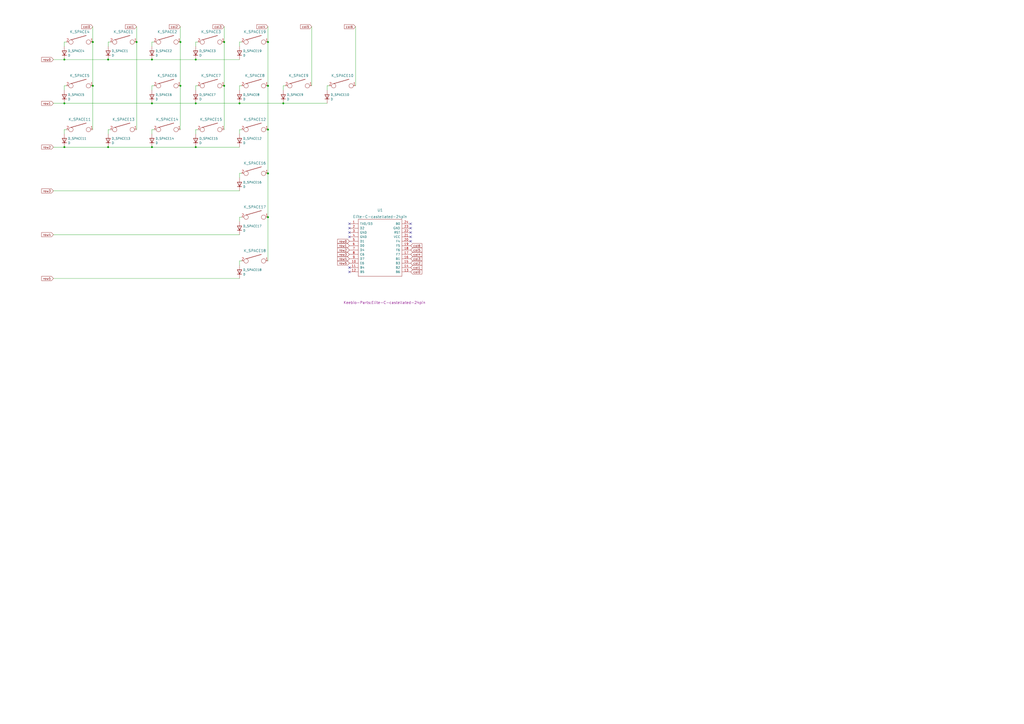
<source format=kicad_sch>
(kicad_sch (version 20211123) (generator eeschema)

  (uuid 55992e35-fe7b-468a-9b7a-1e4dc931b904)

  (paper "A2")

  (lib_symbols
    (symbol "Device:D" (pin_numbers hide) (pin_names (offset 1.016) hide) (in_bom yes) (on_board yes)
      (property "Reference" "D" (id 0) (at 0 2.54 0)
        (effects (font (size 1.27 1.27)))
      )
      (property "Value" "D" (id 1) (at 0 -2.54 0)
        (effects (font (size 1.27 1.27)))
      )
      (property "Footprint" "" (id 2) (at 0 0 0)
        (effects (font (size 1.27 1.27)) hide)
      )
      (property "Datasheet" "~" (id 3) (at 0 0 0)
        (effects (font (size 1.27 1.27)) hide)
      )
      (property "ki_keywords" "diode" (id 4) (at 0 0 0)
        (effects (font (size 1.27 1.27)) hide)
      )
      (property "ki_description" "Diode" (id 5) (at 0 0 0)
        (effects (font (size 1.27 1.27)) hide)
      )
      (property "ki_fp_filters" "TO-???* *_Diode_* *SingleDiode* D_*" (id 6) (at 0 0 0)
        (effects (font (size 1.27 1.27)) hide)
      )
      (symbol "D_0_1"
        (polyline
          (pts
            (xy -1.27 1.27)
            (xy -1.27 -1.27)
          )
          (stroke (width 0.254) (type default) (color 0 0 0 0))
          (fill (type none))
        )
        (polyline
          (pts
            (xy 1.27 0)
            (xy -1.27 0)
          )
          (stroke (width 0) (type default) (color 0 0 0 0))
          (fill (type none))
        )
        (polyline
          (pts
            (xy 1.27 1.27)
            (xy 1.27 -1.27)
            (xy -1.27 0)
            (xy 1.27 1.27)
          )
          (stroke (width 0.254) (type default) (color 0 0 0 0))
          (fill (type none))
        )
      )
      (symbol "D_1_1"
        (pin passive line (at -3.81 0 0) (length 2.54)
          (name "K" (effects (font (size 1.27 1.27))))
          (number "1" (effects (font (size 1.27 1.27))))
        )
        (pin passive line (at 3.81 0 180) (length 2.54)
          (name "A" (effects (font (size 1.27 1.27))))
          (number "2" (effects (font (size 1.27 1.27))))
        )
      )
    )
    (symbol "keyboard_parts:KEYSW" (pin_names (offset 1.016)) (in_bom yes) (on_board yes)
      (property "Reference" "K?" (id 0) (at -1.27 0 0)
        (effects (font (size 1.524 1.524)))
      )
      (property "Value" "KEYSW" (id 1) (at 0 -2.54 0)
        (effects (font (size 1.524 1.524)) hide)
      )
      (property "Footprint" "" (id 2) (at 0 0 0)
        (effects (font (size 1.524 1.524)))
      )
      (property "Datasheet" "" (id 3) (at 0 0 0)
        (effects (font (size 1.524 1.524)))
      )
      (symbol "KEYSW_0_1"
        (circle (center -5.08 0) (radius 1.27)
          (stroke (width 0) (type default) (color 0 0 0 0))
          (fill (type none))
        )
        (polyline
          (pts
            (xy -5.08 1.27)
            (xy 3.81 3.81)
          )
          (stroke (width 0.254) (type default) (color 0 0 0 0))
          (fill (type none))
        )
        (circle (center 5.08 0) (radius 1.27)
          (stroke (width 0) (type default) (color 0 0 0 0))
          (fill (type none))
        )
      )
      (symbol "KEYSW_1_1"
        (pin passive line (at 7.62 0 180) (length 1.27)
          (name "~" (effects (font (size 1.524 1.524))))
          (number "1" (effects (font (size 1.524 1.524))))
        )
        (pin passive line (at -7.62 0 0) (length 1.27)
          (name "~" (effects (font (size 1.524 1.524))))
          (number "2" (effects (font (size 1.524 1.524))))
        )
      )
    )
    (symbol "promicro:ProMicro" (pin_names (offset 1.016)) (in_bom yes) (on_board yes)
      (property "Reference" "U?" (id 0) (at 0 26.924 0)
        (effects (font (size 1.524 1.524)))
      )
      (property "Value" "Elite-C" (id 1) (at 0 23.114 0)
        (effects (font (size 1.524 1.524)))
      )
      (property "Footprint" "" (id 2) (at 2.54 -26.67 0)
        (effects (font (size 1.524 1.524)))
      )
      (property "Datasheet" "" (id 3) (at 2.54 -26.67 0)
        (effects (font (size 1.524 1.524)))
      )
      (symbol "ProMicro_0_1"
        (rectangle (start -12.7 21.59) (end 12.7 -11.43)
          (stroke (width 0) (type default) (color 0 0 0 0))
          (fill (type none))
        )
      )
      (symbol "ProMicro_1_1"
        (pin bidirectional line (at -17.78 19.05 0) (length 5.08)
          (name "TX0/D3" (effects (font (size 1.27 1.27))))
          (number "1" (effects (font (size 1.27 1.27))))
        )
        (pin bidirectional line (at -17.78 -3.81 0) (length 5.08)
          (name "E6" (effects (font (size 1.27 1.27))))
          (number "10" (effects (font (size 1.27 1.27))))
        )
        (pin bidirectional line (at -17.78 -6.35 0) (length 5.08)
          (name "B4" (effects (font (size 1.27 1.27))))
          (number "11" (effects (font (size 1.27 1.27))))
        )
        (pin bidirectional line (at -17.78 -8.89 0) (length 5.08)
          (name "B5" (effects (font (size 1.27 1.27))))
          (number "12" (effects (font (size 1.27 1.27))))
        )
        (pin bidirectional line (at 17.78 -8.89 180) (length 5.08)
          (name "B6" (effects (font (size 1.27 1.27))))
          (number "13" (effects (font (size 1.27 1.27))))
        )
        (pin bidirectional line (at 17.78 -6.35 180) (length 5.08)
          (name "B2" (effects (font (size 1.27 1.27))))
          (number "14" (effects (font (size 1.27 1.27))))
        )
        (pin bidirectional line (at 17.78 -3.81 180) (length 5.08)
          (name "B3" (effects (font (size 1.27 1.27))))
          (number "15" (effects (font (size 1.27 1.27))))
        )
        (pin bidirectional line (at 17.78 -1.27 180) (length 5.08)
          (name "B1" (effects (font (size 1.27 1.27))))
          (number "16" (effects (font (size 1.27 1.27))))
        )
        (pin bidirectional line (at 17.78 1.27 180) (length 5.08)
          (name "F7" (effects (font (size 1.27 1.27))))
          (number "17" (effects (font (size 1.27 1.27))))
        )
        (pin bidirectional line (at 17.78 3.81 180) (length 5.08)
          (name "F6" (effects (font (size 1.27 1.27))))
          (number "18" (effects (font (size 1.27 1.27))))
        )
        (pin bidirectional line (at 17.78 6.35 180) (length 5.08)
          (name "F5" (effects (font (size 1.27 1.27))))
          (number "19" (effects (font (size 1.27 1.27))))
        )
        (pin bidirectional line (at -17.78 16.51 0) (length 5.08)
          (name "D2" (effects (font (size 1.27 1.27))))
          (number "2" (effects (font (size 1.27 1.27))))
        )
        (pin bidirectional line (at 17.78 8.89 180) (length 5.08)
          (name "F4" (effects (font (size 1.27 1.27))))
          (number "20" (effects (font (size 1.27 1.27))))
        )
        (pin power_in line (at 17.78 11.43 180) (length 5.08)
          (name "VCC" (effects (font (size 1.27 1.27))))
          (number "21" (effects (font (size 1.27 1.27))))
        )
        (pin input line (at 17.78 13.97 180) (length 5.08)
          (name "RST" (effects (font (size 1.27 1.27))))
          (number "22" (effects (font (size 1.27 1.27))))
        )
        (pin power_in line (at 17.78 16.51 180) (length 5.08)
          (name "GND" (effects (font (size 1.27 1.27))))
          (number "23" (effects (font (size 1.27 1.27))))
        )
        (pin power_out line (at 17.78 19.05 180) (length 5.08)
          (name "B0" (effects (font (size 1.27 1.27))))
          (number "24" (effects (font (size 1.27 1.27))))
        )
        (pin power_in line (at -17.78 13.97 0) (length 5.08)
          (name "GND" (effects (font (size 1.27 1.27))))
          (number "3" (effects (font (size 1.27 1.27))))
        )
        (pin power_in line (at -17.78 11.43 0) (length 5.08)
          (name "GND" (effects (font (size 1.27 1.27))))
          (number "4" (effects (font (size 1.27 1.27))))
        )
        (pin bidirectional line (at -17.78 8.89 0) (length 5.08)
          (name "D1" (effects (font (size 1.27 1.27))))
          (number "5" (effects (font (size 1.27 1.27))))
        )
        (pin bidirectional line (at -17.78 6.35 0) (length 5.08)
          (name "D0" (effects (font (size 1.27 1.27))))
          (number "6" (effects (font (size 1.27 1.27))))
        )
        (pin bidirectional line (at -17.78 3.81 0) (length 5.08)
          (name "D4" (effects (font (size 1.27 1.27))))
          (number "7" (effects (font (size 1.27 1.27))))
        )
        (pin bidirectional line (at -17.78 1.27 0) (length 5.08)
          (name "C6" (effects (font (size 1.27 1.27))))
          (number "8" (effects (font (size 1.27 1.27))))
        )
        (pin bidirectional line (at -17.78 -1.27 0) (length 5.08)
          (name "D7" (effects (font (size 1.27 1.27))))
          (number "9" (effects (font (size 1.27 1.27))))
        )
      )
    )
  )

  (junction (at 62.738 34.544) (diameter 0) (color 0 0 0 0)
    (uuid 0bda7887-e53c-4d8c-ac6d-34cce2ee1ed8)
  )
  (junction (at 138.938 59.944) (diameter 0) (color 0 0 0 0)
    (uuid 1ea0bce5-a0cf-40e4-bc01-642d0ea39fa0)
  )
  (junction (at 88.138 34.544) (diameter 0) (color 0 0 0 0)
    (uuid 220ddded-d8bf-413d-9466-faa128aad384)
  )
  (junction (at 37.338 85.344) (diameter 0) (color 0 0 0 0)
    (uuid 2842dff3-8994-4787-bc6e-0671e1f41e3e)
  )
  (junction (at 164.338 59.944) (diameter 0) (color 0 0 0 0)
    (uuid 2a4e223b-c328-4b9b-87c6-7b87ab923f2f)
  )
  (junction (at 113.538 59.944) (diameter 0) (color 0 0 0 0)
    (uuid 37df3d07-b4ee-406a-a819-300b066ee875)
  )
  (junction (at 37.338 34.544) (diameter 0) (color 0 0 0 0)
    (uuid 3867d1b1-952e-4dc9-a393-fd99d3033bf0)
  )
  (junction (at 113.538 34.544) (diameter 0) (color 0 0 0 0)
    (uuid 48fd78c6-53d6-4a4e-b0a6-d2495382a0ea)
  )
  (junction (at 155.448 100.584) (diameter 0) (color 0 0 0 0)
    (uuid 53e9f975-c30e-4339-a216-397b84b36c07)
  )
  (junction (at 79.248 24.384) (diameter 0) (color 0 0 0 0)
    (uuid 53ee97af-d2c9-4d62-92ea-06f93c5f937e)
  )
  (junction (at 130.048 49.784) (diameter 0) (color 0 0 0 0)
    (uuid 62d822f0-acdd-457f-8d4d-1c694e0708bd)
  )
  (junction (at 104.648 24.384) (diameter 0) (color 0 0 0 0)
    (uuid 6726d9a9-6dd7-45c0-a13e-270edc27d879)
  )
  (junction (at 155.448 125.984) (diameter 0) (color 0 0 0 0)
    (uuid 6e32ba0b-d6b1-40d0-909b-95dd0c6f0f5f)
  )
  (junction (at 53.848 24.384) (diameter 0) (color 0 0 0 0)
    (uuid 79a80cdf-d513-470f-9ba1-93b6445a43c6)
  )
  (junction (at 130.048 24.384) (diameter 0) (color 0 0 0 0)
    (uuid 88355de1-f679-461c-8d90-e0fea80606d2)
  )
  (junction (at 37.338 59.944) (diameter 0) (color 0 0 0 0)
    (uuid a07ce0ff-495d-49a2-8139-9d3293c22db6)
  )
  (junction (at 155.448 49.784) (diameter 0) (color 0 0 0 0)
    (uuid a505c0ba-021b-4d52-82b6-b78f46921cae)
  )
  (junction (at 88.138 85.344) (diameter 0) (color 0 0 0 0)
    (uuid cf795a8d-a7ca-4d2f-a4eb-7dc16eb37fc0)
  )
  (junction (at 53.848 49.784) (diameter 0) (color 0 0 0 0)
    (uuid d1136dbd-4c3e-4d1d-9ed7-9003c44f1d00)
  )
  (junction (at 155.448 24.384) (diameter 0) (color 0 0 0 0)
    (uuid d6a5314e-9405-4a51-bf87-b76f0acdff9a)
  )
  (junction (at 104.648 49.784) (diameter 0) (color 0 0 0 0)
    (uuid e4bc903e-5c3e-4d55-ba5e-3e44038a60b5)
  )
  (junction (at 155.448 75.184) (diameter 0) (color 0 0 0 0)
    (uuid e932fdb2-14a1-455f-9eca-05ceddca72b3)
  )
  (junction (at 113.538 85.344) (diameter 0) (color 0 0 0 0)
    (uuid f1e1a024-f4b3-432d-98bc-64cb2e46dc26)
  )
  (junction (at 88.138 59.944) (diameter 0) (color 0 0 0 0)
    (uuid fdfc7872-57f8-4f6b-9948-c89f4606c701)
  )
  (junction (at 62.738 85.344) (diameter 0) (color 0 0 0 0)
    (uuid ff02796d-ac16-4199-90ba-2c0147a65ca0)
  )

  (no_connect (at 202.692 137.414) (uuid 57b3d554-7119-416d-b41f-8ce93b8339dc))
  (no_connect (at 202.692 134.874) (uuid 57b3d554-7119-416d-b41f-8ce93b8339dd))
  (no_connect (at 202.692 132.334) (uuid 57b3d554-7119-416d-b41f-8ce93b8339de))
  (no_connect (at 202.692 129.794) (uuid 57b3d554-7119-416d-b41f-8ce93b8339df))
  (no_connect (at 238.252 139.954) (uuid 57b3d554-7119-416d-b41f-8ce93b8339e0))
  (no_connect (at 238.252 137.414) (uuid 57b3d554-7119-416d-b41f-8ce93b8339e1))
  (no_connect (at 238.252 134.874) (uuid 57b3d554-7119-416d-b41f-8ce93b8339e2))
  (no_connect (at 238.252 132.334) (uuid 57b3d554-7119-416d-b41f-8ce93b8339e3))
  (no_connect (at 238.252 129.794) (uuid 57b3d554-7119-416d-b41f-8ce93b8339e4))
  (no_connect (at 202.692 155.194) (uuid d94785c6-4166-4f6e-b390-58e704221951))
  (no_connect (at 202.692 157.734) (uuid d94785c6-4166-4f6e-b390-58e704221951))

  (wire (pts (xy 191.008 49.784) (xy 189.738 49.784))
    (stroke (width 0) (type default) (color 0 0 0 0))
    (uuid 019eb8a7-354a-47a0-9f43-8ebcaae9d8d2)
  )
  (wire (pts (xy 113.538 85.344) (xy 138.938 85.344))
    (stroke (width 0) (type default) (color 0 0 0 0))
    (uuid 02365991-714a-487b-9fd7-3a2c4b6ff7c3)
  )
  (wire (pts (xy 138.938 100.584) (xy 138.938 103.124))
    (stroke (width 0) (type default) (color 0 0 0 0))
    (uuid 09f7083f-8c67-435a-beff-2ed90a114b88)
  )
  (wire (pts (xy 104.648 49.784) (xy 104.648 24.384))
    (stroke (width 0) (type default) (color 0 0 0 0))
    (uuid 0a24880f-155d-4086-8995-8bac9c3b0cc8)
  )
  (wire (pts (xy 114.808 75.184) (xy 113.538 75.184))
    (stroke (width 0) (type default) (color 0 0 0 0))
    (uuid 13c0522c-0d21-4402-9a55-ae943131fdf3)
  )
  (wire (pts (xy 138.938 59.944) (xy 164.338 59.944))
    (stroke (width 0) (type default) (color 0 0 0 0))
    (uuid 15891271-b0ef-452c-b257-1642660bd342)
  )
  (wire (pts (xy 155.448 151.384) (xy 155.448 125.984))
    (stroke (width 0) (type default) (color 0 0 0 0))
    (uuid 1a625672-72a0-4536-a0e4-0bf5a3569d38)
  )
  (wire (pts (xy 138.938 151.384) (xy 138.938 153.924))
    (stroke (width 0) (type default) (color 0 0 0 0))
    (uuid 1bba6a2e-c64d-4c7f-9579-aeb0e4a4aec1)
  )
  (wire (pts (xy 62.738 85.344) (xy 88.138 85.344))
    (stroke (width 0) (type default) (color 0 0 0 0))
    (uuid 1db41373-b4d0-4dd2-bc5e-e18a7a210e99)
  )
  (wire (pts (xy 130.048 15.494) (xy 130.048 24.384))
    (stroke (width 0) (type default) (color 0 0 0 0))
    (uuid 1e7267d2-9ce9-4d7f-a6d4-15cf37178c2c)
  )
  (wire (pts (xy 180.848 15.494) (xy 180.848 49.784))
    (stroke (width 0) (type default) (color 0 0 0 0))
    (uuid 1e96ef52-9689-4d7a-9ccb-3163855ce75d)
  )
  (wire (pts (xy 30.988 34.544) (xy 37.338 34.544))
    (stroke (width 0) (type default) (color 0 0 0 0))
    (uuid 20cd1075-923b-4d9c-9669-8abdad518d27)
  )
  (wire (pts (xy 79.248 15.494) (xy 79.248 24.384))
    (stroke (width 0) (type default) (color 0 0 0 0))
    (uuid 228fba75-eba3-4b52-9a7b-2fb75db1b6ad)
  )
  (wire (pts (xy 88.138 34.544) (xy 113.538 34.544))
    (stroke (width 0) (type default) (color 0 0 0 0))
    (uuid 2836dd7b-d3c6-493a-85e8-d6174536bdce)
  )
  (wire (pts (xy 113.538 34.544) (xy 138.938 34.544))
    (stroke (width 0) (type default) (color 0 0 0 0))
    (uuid 29a3e251-eb3b-45db-980f-a14cd153a265)
  )
  (wire (pts (xy 114.808 49.784) (xy 113.538 49.784))
    (stroke (width 0) (type default) (color 0 0 0 0))
    (uuid 2aec2188-9154-4193-91ed-a29c35132ad3)
  )
  (wire (pts (xy 38.608 75.184) (xy 37.338 75.184))
    (stroke (width 0) (type default) (color 0 0 0 0))
    (uuid 2b453965-a2a1-4d93-8ad0-92be58451636)
  )
  (wire (pts (xy 164.338 59.944) (xy 189.738 59.944))
    (stroke (width 0) (type default) (color 0 0 0 0))
    (uuid 3203cead-7fa1-4591-986e-f504f4d1b83a)
  )
  (wire (pts (xy 138.938 49.784) (xy 138.938 52.324))
    (stroke (width 0) (type default) (color 0 0 0 0))
    (uuid 334292f1-f5b7-4380-a615-0100e922a631)
  )
  (wire (pts (xy 37.338 34.544) (xy 62.738 34.544))
    (stroke (width 0) (type default) (color 0 0 0 0))
    (uuid 359f99c2-c0e6-44bb-8322-d35d3c3c7675)
  )
  (wire (pts (xy 30.988 110.744) (xy 138.938 110.744))
    (stroke (width 0) (type default) (color 0 0 0 0))
    (uuid 3871116f-e7eb-44e7-8d15-00791f344310)
  )
  (wire (pts (xy 64.008 24.384) (xy 62.738 24.384))
    (stroke (width 0) (type default) (color 0 0 0 0))
    (uuid 44389e94-e396-43e1-bc26-4c332617c43b)
  )
  (wire (pts (xy 140.208 49.784) (xy 138.938 49.784))
    (stroke (width 0) (type default) (color 0 0 0 0))
    (uuid 4684409c-a186-48aa-a9a1-4ff36a8a81e4)
  )
  (wire (pts (xy 138.938 75.184) (xy 138.938 77.724))
    (stroke (width 0) (type default) (color 0 0 0 0))
    (uuid 4aa1490d-7e46-43ab-aed7-45d2963bb910)
  )
  (wire (pts (xy 130.048 49.784) (xy 130.048 24.384))
    (stroke (width 0) (type default) (color 0 0 0 0))
    (uuid 4dec87af-e547-4024-ad78-8bed99dd7ce6)
  )
  (wire (pts (xy 62.738 24.384) (xy 62.738 26.924))
    (stroke (width 0) (type default) (color 0 0 0 0))
    (uuid 5134da47-5e45-405b-94a0-e64a7abdea24)
  )
  (wire (pts (xy 113.538 75.184) (xy 113.538 77.724))
    (stroke (width 0) (type default) (color 0 0 0 0))
    (uuid 52246ec6-e732-49f3-a85e-d41f8fc3ac79)
  )
  (wire (pts (xy 189.738 49.784) (xy 189.738 52.324))
    (stroke (width 0) (type default) (color 0 0 0 0))
    (uuid 526bfe6e-a625-44e2-b491-2d3f4a3d9e4b)
  )
  (wire (pts (xy 37.338 85.344) (xy 62.738 85.344))
    (stroke (width 0) (type default) (color 0 0 0 0))
    (uuid 54ba6797-0e71-45f5-8d36-179665af7743)
  )
  (wire (pts (xy 30.988 59.944) (xy 37.338 59.944))
    (stroke (width 0) (type default) (color 0 0 0 0))
    (uuid 59b1171a-d146-4731-861c-02f7f3afbfd5)
  )
  (wire (pts (xy 155.448 125.984) (xy 155.448 100.584))
    (stroke (width 0) (type default) (color 0 0 0 0))
    (uuid 6217b2f3-f8a7-4f04-afb4-32fa2806480a)
  )
  (wire (pts (xy 89.408 24.384) (xy 88.138 24.384))
    (stroke (width 0) (type default) (color 0 0 0 0))
    (uuid 62d35964-2c62-434d-a685-9aa1d623a102)
  )
  (wire (pts (xy 138.938 125.984) (xy 138.938 128.524))
    (stroke (width 0) (type default) (color 0 0 0 0))
    (uuid 6c1be6dc-71e9-4556-a788-c12a6f327e25)
  )
  (wire (pts (xy 38.608 49.784) (xy 37.338 49.784))
    (stroke (width 0) (type default) (color 0 0 0 0))
    (uuid 6cb795f4-5236-4254-9ee0-df8d7770b6c1)
  )
  (wire (pts (xy 140.208 125.984) (xy 138.938 125.984))
    (stroke (width 0) (type default) (color 0 0 0 0))
    (uuid 6e88623e-c188-453c-a82f-2fdbc4429333)
  )
  (wire (pts (xy 140.208 75.184) (xy 138.938 75.184))
    (stroke (width 0) (type default) (color 0 0 0 0))
    (uuid 70a06c82-a251-46ac-92ab-7c291ceb10b1)
  )
  (wire (pts (xy 64.008 75.184) (xy 62.738 75.184))
    (stroke (width 0) (type default) (color 0 0 0 0))
    (uuid 7636888d-43b7-4ee3-b084-20f02e7bb525)
  )
  (wire (pts (xy 104.648 15.494) (xy 104.648 24.384))
    (stroke (width 0) (type default) (color 0 0 0 0))
    (uuid 79a63d10-3329-4b85-9815-dfc0632ab1fe)
  )
  (wire (pts (xy 113.538 24.384) (xy 113.538 26.924))
    (stroke (width 0) (type default) (color 0 0 0 0))
    (uuid 7b1e0b93-846e-408b-ab15-5639d7855d5f)
  )
  (wire (pts (xy 53.848 75.184) (xy 53.848 49.784))
    (stroke (width 0) (type default) (color 0 0 0 0))
    (uuid 8021ab41-5b51-43d9-affa-7029977aaded)
  )
  (wire (pts (xy 30.988 85.344) (xy 37.338 85.344))
    (stroke (width 0) (type default) (color 0 0 0 0))
    (uuid 83b73ff1-2ea3-4754-b173-8d20fc8f60bf)
  )
  (wire (pts (xy 88.138 85.344) (xy 113.538 85.344))
    (stroke (width 0) (type default) (color 0 0 0 0))
    (uuid 86d45f7e-da3e-421f-980c-93df3cee00d2)
  )
  (wire (pts (xy 79.248 75.184) (xy 79.248 24.384))
    (stroke (width 0) (type default) (color 0 0 0 0))
    (uuid 8b8e2e67-388e-48d4-a26a-7afc3388644b)
  )
  (wire (pts (xy 104.648 75.184) (xy 104.648 49.784))
    (stroke (width 0) (type default) (color 0 0 0 0))
    (uuid 8e80fd40-281f-43d7-b019-5b743d4b9d0c)
  )
  (wire (pts (xy 138.938 24.384) (xy 138.938 26.924))
    (stroke (width 0) (type default) (color 0 0 0 0))
    (uuid 9205b802-abc9-425b-83d6-6cf27e406745)
  )
  (wire (pts (xy 164.338 49.784) (xy 164.338 52.324))
    (stroke (width 0) (type default) (color 0 0 0 0))
    (uuid 946384fc-4acb-417b-bb02-18ecf6ea138f)
  )
  (wire (pts (xy 206.248 15.494) (xy 206.248 49.784))
    (stroke (width 0) (type default) (color 0 0 0 0))
    (uuid 9656718d-88d6-4891-8549-eea05bf956c0)
  )
  (wire (pts (xy 140.208 151.384) (xy 138.938 151.384))
    (stroke (width 0) (type default) (color 0 0 0 0))
    (uuid 96e9403d-31c5-48e8-a42c-7dfda2025d46)
  )
  (wire (pts (xy 88.138 49.784) (xy 88.138 52.324))
    (stroke (width 0) (type default) (color 0 0 0 0))
    (uuid a2d4e7b0-e343-4323-81f1-90a8e1a76ea2)
  )
  (wire (pts (xy 88.138 24.384) (xy 88.138 26.924))
    (stroke (width 0) (type default) (color 0 0 0 0))
    (uuid a4cfd428-158b-4019-85e3-7de47b616038)
  )
  (wire (pts (xy 165.608 49.784) (xy 164.338 49.784))
    (stroke (width 0) (type default) (color 0 0 0 0))
    (uuid a7c92bb5-eaf2-414f-8e57-5df1420c13d0)
  )
  (wire (pts (xy 88.138 59.944) (xy 113.538 59.944))
    (stroke (width 0) (type default) (color 0 0 0 0))
    (uuid aeb1a702-a024-46ce-b866-f3c8d7fd4f47)
  )
  (wire (pts (xy 113.538 59.944) (xy 138.938 59.944))
    (stroke (width 0) (type default) (color 0 0 0 0))
    (uuid b3386473-3a68-4679-8fd1-70c757cd276f)
  )
  (wire (pts (xy 89.408 49.784) (xy 88.138 49.784))
    (stroke (width 0) (type default) (color 0 0 0 0))
    (uuid b592b496-a6ed-474c-9197-a2be3580248d)
  )
  (wire (pts (xy 155.448 15.494) (xy 155.448 24.384))
    (stroke (width 0) (type default) (color 0 0 0 0))
    (uuid b68dc73f-0a39-46c0-a51e-732755e7a3a3)
  )
  (wire (pts (xy 37.338 49.784) (xy 37.338 52.324))
    (stroke (width 0) (type default) (color 0 0 0 0))
    (uuid b8679235-77d5-4851-b944-aaadbde6acfe)
  )
  (wire (pts (xy 88.138 75.184) (xy 88.138 77.724))
    (stroke (width 0) (type default) (color 0 0 0 0))
    (uuid b9f02f18-06b8-4585-8efc-d7201333c545)
  )
  (wire (pts (xy 30.988 161.544) (xy 138.938 161.544))
    (stroke (width 0) (type default) (color 0 0 0 0))
    (uuid bab1d9e9-d98f-4c71-b761-bb239d3a2514)
  )
  (wire (pts (xy 37.338 24.384) (xy 37.338 26.924))
    (stroke (width 0) (type default) (color 0 0 0 0))
    (uuid bebca5dd-cde4-4b2d-95b6-b002b44e8fd1)
  )
  (wire (pts (xy 89.408 75.184) (xy 88.138 75.184))
    (stroke (width 0) (type default) (color 0 0 0 0))
    (uuid c2d31692-b31f-4321-b688-54510bd12484)
  )
  (wire (pts (xy 53.848 49.784) (xy 53.848 24.384))
    (stroke (width 0) (type default) (color 0 0 0 0))
    (uuid c7da604c-5b67-4048-8b4f-1164e63f8e7a)
  )
  (wire (pts (xy 38.608 24.384) (xy 37.338 24.384))
    (stroke (width 0) (type default) (color 0 0 0 0))
    (uuid cef885a1-41a9-4686-a500-12a2987535cb)
  )
  (wire (pts (xy 155.448 49.784) (xy 155.448 24.384))
    (stroke (width 0) (type default) (color 0 0 0 0))
    (uuid cfa67a99-579c-4c64-9f59-a80930590e4d)
  )
  (wire (pts (xy 37.338 75.184) (xy 37.338 77.724))
    (stroke (width 0) (type default) (color 0 0 0 0))
    (uuid d1fff026-c4b1-468d-8b11-fde4401e5a04)
  )
  (wire (pts (xy 155.448 100.584) (xy 155.448 75.184))
    (stroke (width 0) (type default) (color 0 0 0 0))
    (uuid d27857f9-af23-4c4c-a1fc-d6f2f42fb5ca)
  )
  (wire (pts (xy 140.208 100.584) (xy 138.938 100.584))
    (stroke (width 0) (type default) (color 0 0 0 0))
    (uuid d724a15e-d643-4888-8d24-19026628d15a)
  )
  (wire (pts (xy 53.848 15.494) (xy 53.848 24.384))
    (stroke (width 0) (type default) (color 0 0 0 0))
    (uuid d9906848-9fdb-4f5a-b604-f4c280f0193f)
  )
  (wire (pts (xy 62.738 34.544) (xy 88.138 34.544))
    (stroke (width 0) (type default) (color 0 0 0 0))
    (uuid d9a673c3-4cb1-437e-9862-475859f3d005)
  )
  (wire (pts (xy 130.048 75.184) (xy 130.048 49.784))
    (stroke (width 0) (type default) (color 0 0 0 0))
    (uuid de815ea9-fc5e-4650-98ff-37bb0114c68a)
  )
  (wire (pts (xy 30.988 136.144) (xy 138.938 136.144))
    (stroke (width 0) (type default) (color 0 0 0 0))
    (uuid e5ae3808-aad9-4a50-8afc-45199a7382a1)
  )
  (wire (pts (xy 113.538 49.784) (xy 113.538 52.324))
    (stroke (width 0) (type default) (color 0 0 0 0))
    (uuid e82fbb03-95f8-4823-9d51-d49ca1b6c10a)
  )
  (wire (pts (xy 114.808 24.384) (xy 113.538 24.384))
    (stroke (width 0) (type default) (color 0 0 0 0))
    (uuid eb528622-4b11-4e9b-aed1-0f996014b71a)
  )
  (wire (pts (xy 155.448 75.184) (xy 155.448 49.784))
    (stroke (width 0) (type default) (color 0 0 0 0))
    (uuid ec654a96-3240-4531-a5d5-09dbb98a0419)
  )
  (wire (pts (xy 140.208 24.384) (xy 138.938 24.384))
    (stroke (width 0) (type default) (color 0 0 0 0))
    (uuid ec77e0d8-e1cd-4b36-a8b0-ab28f6e10e62)
  )
  (wire (pts (xy 37.338 59.944) (xy 88.138 59.944))
    (stroke (width 0) (type default) (color 0 0 0 0))
    (uuid f786276b-7410-4fc1-863a-fe8950c6665b)
  )
  (wire (pts (xy 62.738 75.184) (xy 62.738 77.724))
    (stroke (width 0) (type default) (color 0 0 0 0))
    (uuid ff92e70c-786e-4f28-bfb7-8ec92e5b0e80)
  )

  (global_label "col1" (shape input) (at 238.252 155.194 0) (fields_autoplaced)
    (effects (font (size 1.27 1.27)) (justify left))
    (uuid 01d38ea0-7a6b-4468-b0af-2071c0f59876)
    (property "Intersheet References" "${INTERSHEET_REFS}" (id 0) (at 309.372 138.684 0)
      (effects (font (size 1.27 1.27)) hide)
    )
  )
  (global_label "row5" (shape input) (at 30.988 161.544 180) (fields_autoplaced)
    (effects (font (size 1.27 1.27)) (justify right))
    (uuid 10524a95-c8a8-4720-86ce-699fe83ed2d8)
    (property "Intersheet References" "${INTERSHEET_REFS}" (id 0) (at 8.128 -1.016 0)
      (effects (font (size 1.27 1.27)) hide)
    )
  )
  (global_label "row2" (shape input) (at 30.988 85.344 180) (fields_autoplaced)
    (effects (font (size 1.27 1.27)) (justify right))
    (uuid 19e881c6-9de0-487d-b569-83912bea5d05)
    (property "Intersheet References" "${INTERSHEET_REFS}" (id 0) (at 8.128 -1.016 0)
      (effects (font (size 1.27 1.27)) hide)
    )
  )
  (global_label "row1" (shape input) (at 30.988 59.944 180) (fields_autoplaced)
    (effects (font (size 1.27 1.27)) (justify right))
    (uuid 1c8dee29-6e67-4ef0-90eb-0ef69fa7c7e5)
    (property "Intersheet References" "${INTERSHEET_REFS}" (id 0) (at 8.128 -1.016 0)
      (effects (font (size 1.27 1.27)) hide)
    )
  )
  (global_label "col2" (shape input) (at 104.648 15.494 180) (fields_autoplaced)
    (effects (font (size 1.27 1.27)) (justify right))
    (uuid 21569f2b-dba3-4cec-9216-aa9f9e2e4ccf)
    (property "Intersheet References" "${INTERSHEET_REFS}" (id 0) (at 8.128 -1.016 0)
      (effects (font (size 1.27 1.27)) hide)
    )
  )
  (global_label "col0" (shape input) (at 53.848 15.494 180) (fields_autoplaced)
    (effects (font (size 1.27 1.27)) (justify right))
    (uuid 2181d89a-4414-4c2b-b589-358bb69330f1)
    (property "Intersheet References" "${INTERSHEET_REFS}" (id 0) (at 8.128 -1.016 0)
      (effects (font (size 1.27 1.27)) hide)
    )
  )
  (global_label "col4" (shape input) (at 155.448 15.494 180) (fields_autoplaced)
    (effects (font (size 1.27 1.27)) (justify right))
    (uuid 2dec1ee0-4fd4-4795-a1db-266cddb29ba4)
    (property "Intersheet References" "${INTERSHEET_REFS}" (id 0) (at 8.128 -1.016 0)
      (effects (font (size 1.27 1.27)) hide)
    )
  )
  (global_label "col3" (shape input) (at 130.048 15.494 180) (fields_autoplaced)
    (effects (font (size 1.27 1.27)) (justify right))
    (uuid 3643d4e6-06d0-4339-984c-2e787368fbcc)
    (property "Intersheet References" "${INTERSHEET_REFS}" (id 0) (at 8.128 -1.016 0)
      (effects (font (size 1.27 1.27)) hide)
    )
  )
  (global_label "row5" (shape input) (at 202.692 152.654 180) (fields_autoplaced)
    (effects (font (size 1.27 1.27)) (justify right))
    (uuid 45c48079-2720-4e7e-8757-2ab38d2332b2)
    (property "Intersheet References" "${INTERSHEET_REFS}" (id 0) (at 179.832 -9.906 0)
      (effects (font (size 1.27 1.27)) hide)
    )
  )
  (global_label "row3" (shape input) (at 30.988 110.744 180) (fields_autoplaced)
    (effects (font (size 1.27 1.27)) (justify right))
    (uuid 48954048-5548-446a-bfcb-7aa949922eb8)
    (property "Intersheet References" "${INTERSHEET_REFS}" (id 0) (at 8.128 -1.016 0)
      (effects (font (size 1.27 1.27)) hide)
    )
  )
  (global_label "col1" (shape input) (at 79.248 15.494 180) (fields_autoplaced)
    (effects (font (size 1.27 1.27)) (justify right))
    (uuid 54be5d16-ad9a-408c-9149-58d10d174905)
    (property "Intersheet References" "${INTERSHEET_REFS}" (id 0) (at 8.128 -1.016 0)
      (effects (font (size 1.27 1.27)) hide)
    )
  )
  (global_label "row1" (shape input) (at 202.692 142.494 180) (fields_autoplaced)
    (effects (font (size 1.27 1.27)) (justify right))
    (uuid 64cbb22d-811f-43c6-8392-d57a9fab72c3)
    (property "Intersheet References" "${INTERSHEET_REFS}" (id 0) (at 179.832 81.534 0)
      (effects (font (size 1.27 1.27)) hide)
    )
  )
  (global_label "col5" (shape input) (at 238.252 145.034 0) (fields_autoplaced)
    (effects (font (size 1.27 1.27)) (justify left))
    (uuid 6c5b8985-124b-462b-81f3-bfa91af3d274)
    (property "Intersheet References" "${INTERSHEET_REFS}" (id 0) (at 410.972 128.524 0)
      (effects (font (size 1.27 1.27)) hide)
    )
  )
  (global_label "row0" (shape input) (at 202.692 139.954 180) (fields_autoplaced)
    (effects (font (size 1.27 1.27)) (justify right))
    (uuid 7041608b-cd4a-4f57-8cd5-5ab7e5b0a3b5)
    (property "Intersheet References" "${INTERSHEET_REFS}" (id 0) (at 179.832 104.394 0)
      (effects (font (size 1.27 1.27)) hide)
    )
  )
  (global_label "row3" (shape input) (at 202.692 147.574 180) (fields_autoplaced)
    (effects (font (size 1.27 1.27)) (justify right))
    (uuid 7972e575-6bf6-46aa-b15f-db5d5665d3e3)
    (property "Intersheet References" "${INTERSHEET_REFS}" (id 0) (at 179.832 35.814 0)
      (effects (font (size 1.27 1.27)) hide)
    )
  )
  (global_label "col2" (shape input) (at 238.252 152.654 0) (fields_autoplaced)
    (effects (font (size 1.27 1.27)) (justify left))
    (uuid 9e78fb8e-711c-4de2-bee8-efd80e4b34ac)
    (property "Intersheet References" "${INTERSHEET_REFS}" (id 0) (at 334.772 136.144 0)
      (effects (font (size 1.27 1.27)) hide)
    )
  )
  (global_label "col6" (shape input) (at 206.248 15.494 180) (fields_autoplaced)
    (effects (font (size 1.27 1.27)) (justify right))
    (uuid a30df76c-5da8-4a88-ae13-9f5d9f41db4f)
    (property "Intersheet References" "${INTERSHEET_REFS}" (id 0) (at 8.128 -1.016 0)
      (effects (font (size 1.27 1.27)) hide)
    )
  )
  (global_label "row4" (shape input) (at 202.692 150.114 180) (fields_autoplaced)
    (effects (font (size 1.27 1.27)) (justify right))
    (uuid c252e352-91e7-4f60-9f61-4be14620c124)
    (property "Intersheet References" "${INTERSHEET_REFS}" (id 0) (at 179.832 12.954 0)
      (effects (font (size 1.27 1.27)) hide)
    )
  )
  (global_label "row2" (shape input) (at 202.692 145.034 180) (fields_autoplaced)
    (effects (font (size 1.27 1.27)) (justify right))
    (uuid c411edc4-4709-4a2d-9880-cce770dda3d6)
    (property "Intersheet References" "${INTERSHEET_REFS}" (id 0) (at 179.832 58.674 0)
      (effects (font (size 1.27 1.27)) hide)
    )
  )
  (global_label "col4" (shape input) (at 238.252 147.574 0) (fields_autoplaced)
    (effects (font (size 1.27 1.27)) (justify left))
    (uuid cdb6433e-9808-4bfc-8ef8-360c315b3e3d)
    (property "Intersheet References" "${INTERSHEET_REFS}" (id 0) (at 385.572 131.064 0)
      (effects (font (size 1.27 1.27)) hide)
    )
  )
  (global_label "col5" (shape input) (at 180.848 15.494 180) (fields_autoplaced)
    (effects (font (size 1.27 1.27)) (justify right))
    (uuid d59c943a-5ef7-4bbd-9571-a0b0991045ad)
    (property "Intersheet References" "${INTERSHEET_REFS}" (id 0) (at 8.128 -1.016 0)
      (effects (font (size 1.27 1.27)) hide)
    )
  )
  (global_label "row0" (shape input) (at 30.988 34.544 180) (fields_autoplaced)
    (effects (font (size 1.27 1.27)) (justify right))
    (uuid d5fa9929-7670-4c65-b170-d3057d7cfed3)
    (property "Intersheet References" "${INTERSHEET_REFS}" (id 0) (at 8.128 -1.016 0)
      (effects (font (size 1.27 1.27)) hide)
    )
  )
  (global_label "col6" (shape input) (at 238.252 142.494 0) (fields_autoplaced)
    (effects (font (size 1.27 1.27)) (justify left))
    (uuid e5a8bf18-5753-4c4c-8c5d-a0180f460077)
    (property "Intersheet References" "${INTERSHEET_REFS}" (id 0) (at 436.372 125.984 0)
      (effects (font (size 1.27 1.27)) hide)
    )
  )
  (global_label "row4" (shape input) (at 30.988 136.144 180) (fields_autoplaced)
    (effects (font (size 1.27 1.27)) (justify right))
    (uuid ec8b96ae-ca38-4b71-a160-633246ea7abd)
    (property "Intersheet References" "${INTERSHEET_REFS}" (id 0) (at 8.128 -1.016 0)
      (effects (font (size 1.27 1.27)) hide)
    )
  )
  (global_label "col3" (shape input) (at 238.252 150.114 0) (fields_autoplaced)
    (effects (font (size 1.27 1.27)) (justify left))
    (uuid f2d556fc-a0c3-4009-abbf-5f053de56019)
    (property "Intersheet References" "${INTERSHEET_REFS}" (id 0) (at 360.172 133.604 0)
      (effects (font (size 1.27 1.27)) hide)
    )
  )
  (global_label "col0" (shape input) (at 238.252 157.734 0) (fields_autoplaced)
    (effects (font (size 1.27 1.27)) (justify left))
    (uuid fec409b2-66b4-4f5a-a007-44ae238ed09b)
    (property "Intersheet References" "${INTERSHEET_REFS}" (id 0) (at 283.972 141.224 0)
      (effects (font (size 1.27 1.27)) hide)
    )
  )

  (symbol (lib_id "keyboard_parts:KEYSW") (at 147.828 75.184 0) (unit 1)
    (in_bom yes) (on_board yes)
    (uuid 0210d4ec-e98e-47ba-b347-2a558e7c0eee)
    (property "Reference" "K_SPACE12" (id 0) (at 147.828 69.2658 0)
      (effects (font (size 1.524 1.524)))
    )
    (property "Value" "KEYSW" (id 1) (at 147.828 77.724 0)
      (effects (font (size 1.524 1.524)) hide)
    )
    (property "Footprint" "MX_Alps_Hybrid:MX-1U-NoLED" (id 2) (at 147.828 75.184 0)
      (effects (font (size 1.524 1.524)) hide)
    )
    (property "Datasheet" "" (id 3) (at 147.828 75.184 0)
      (effects (font (size 1.524 1.524)))
    )
    (pin "1" (uuid b548ae6c-9789-4ca0-8694-479d33071c3d))
    (pin "2" (uuid 1dbc2bfe-057f-4f13-8e94-40ee6d09d656))
  )

  (symbol (lib_id "keyboard_parts:KEYSW") (at 147.828 100.584 0) (unit 1)
    (in_bom yes) (on_board yes)
    (uuid 0477da4d-9bca-49b3-97b5-9227c88d74fc)
    (property "Reference" "K_SPACE16" (id 0) (at 147.828 94.6658 0)
      (effects (font (size 1.524 1.524)))
    )
    (property "Value" "KEYSW" (id 1) (at 147.828 103.124 0)
      (effects (font (size 1.524 1.524)) hide)
    )
    (property "Footprint" "MX_Alps_Hybrid:MX-1U-NoLED" (id 2) (at 147.828 100.584 0)
      (effects (font (size 1.524 1.524)) hide)
    )
    (property "Datasheet" "" (id 3) (at 147.828 100.584 0)
      (effects (font (size 1.524 1.524)))
    )
    (pin "1" (uuid af45e17d-92e8-43e6-9492-be4730e6ce12))
    (pin "2" (uuid a515e3f7-d258-4f5c-81ee-566d5230f6bc))
  )

  (symbol (lib_id "Device:D") (at 88.138 56.134 90) (unit 1)
    (in_bom yes) (on_board yes)
    (uuid 0b8fae01-e0f0-45ce-884f-b30e0dec844a)
    (property "Reference" "D_SPACE6" (id 0) (at 90.1446 54.9656 90)
      (effects (font (size 1.27 1.27)) (justify right))
    )
    (property "Value" "D" (id 1) (at 90.1446 57.531 90)
      (effects (font (size 1.27 1.27)) (justify right))
    )
    (property "Footprint" "keyboard_parts:D_SOD123_axial" (id 2) (at 88.138 56.134 0)
      (effects (font (size 1.27 1.27)) hide)
    )
    (property "Datasheet" "~" (id 3) (at 88.138 56.134 0)
      (effects (font (size 1.27 1.27)) hide)
    )
    (pin "1" (uuid de539ad4-cb89-40c6-acb0-523d473169c2))
    (pin "2" (uuid aab720df-12ad-42c0-9e21-f2bb6ba46414))
  )

  (symbol (lib_id "keyboard_parts:KEYSW") (at 147.828 24.384 0) (unit 1)
    (in_bom yes) (on_board yes)
    (uuid 136afe86-63c4-4ed2-890e-231ee392d72f)
    (property "Reference" "K_SPACE19" (id 0) (at 147.828 18.4658 0)
      (effects (font (size 1.524 1.524)))
    )
    (property "Value" "KEYSW" (id 1) (at 147.828 26.924 0)
      (effects (font (size 1.524 1.524)) hide)
    )
    (property "Footprint" "MX_Alps_Hybrid:MX-1U-NoLED" (id 2) (at 147.828 24.384 0)
      (effects (font (size 1.524 1.524)) hide)
    )
    (property "Datasheet" "" (id 3) (at 147.828 24.384 0)
      (effects (font (size 1.524 1.524)))
    )
    (pin "1" (uuid 987f9c4b-4f7e-4b51-9ea7-957be0d7e070))
    (pin "2" (uuid d9f1a8e4-9ae2-4897-a812-9ab4e912e755))
  )

  (symbol (lib_id "Device:D") (at 62.738 30.734 90) (unit 1)
    (in_bom yes) (on_board yes)
    (uuid 1ac7d0ac-9be6-4329-a335-b44f46bda4f5)
    (property "Reference" "D_SPACE1" (id 0) (at 64.7446 29.5656 90)
      (effects (font (size 1.27 1.27)) (justify right))
    )
    (property "Value" "D" (id 1) (at 64.7446 32.131 90)
      (effects (font (size 1.27 1.27)) (justify right))
    )
    (property "Footprint" "keyboard_parts:D_SOD123_axial" (id 2) (at 62.738 30.734 0)
      (effects (font (size 1.27 1.27)) hide)
    )
    (property "Datasheet" "~" (id 3) (at 62.738 30.734 0)
      (effects (font (size 1.27 1.27)) hide)
    )
    (pin "1" (uuid 27ae3b4e-8a85-4f90-b230-b3888d509923))
    (pin "2" (uuid 6d28f557-20ed-4b3f-9bd6-72091ebbec91))
  )

  (symbol (lib_id "keyboard_parts:KEYSW") (at 71.628 24.384 0) (unit 1)
    (in_bom yes) (on_board yes)
    (uuid 24e46323-4205-417e-a858-ff60a59216b4)
    (property "Reference" "K_SPACE1" (id 0) (at 71.628 18.4658 0)
      (effects (font (size 1.524 1.524)))
    )
    (property "Value" "KEYSW" (id 1) (at 71.628 26.924 0)
      (effects (font (size 1.524 1.524)) hide)
    )
    (property "Footprint" "MX_Alps_Hybrid:MX-1U-NoLED" (id 2) (at 71.628 24.384 0)
      (effects (font (size 1.524 1.524)) hide)
    )
    (property "Datasheet" "" (id 3) (at 71.628 24.384 0)
      (effects (font (size 1.524 1.524)))
    )
    (pin "1" (uuid 12f4b8de-6ca7-4ff3-9e1f-f4593a5920d7))
    (pin "2" (uuid 9a46b59d-a300-4805-8e3a-69636e356f50))
  )

  (symbol (lib_id "Device:D") (at 138.938 106.934 90) (unit 1)
    (in_bom yes) (on_board yes)
    (uuid 3780078c-ccc6-4477-a868-05e8b9403d08)
    (property "Reference" "D_SPACE16" (id 0) (at 140.9446 105.7656 90)
      (effects (font (size 1.27 1.27)) (justify right))
    )
    (property "Value" "D" (id 1) (at 140.9446 108.331 90)
      (effects (font (size 1.27 1.27)) (justify right))
    )
    (property "Footprint" "keyboard_parts:D_SOD123_axial" (id 2) (at 138.938 106.934 0)
      (effects (font (size 1.27 1.27)) hide)
    )
    (property "Datasheet" "~" (id 3) (at 138.938 106.934 0)
      (effects (font (size 1.27 1.27)) hide)
    )
    (pin "1" (uuid a9469a46-4a81-4747-a15b-a758ebbf9833))
    (pin "2" (uuid e7fbeef1-e4a6-4237-a185-28c431a19864))
  )

  (symbol (lib_id "keyboard_parts:KEYSW") (at 147.828 151.384 0) (unit 1)
    (in_bom yes) (on_board yes)
    (uuid 3a4a3fa0-a320-4813-9ac3-29adf7f46b70)
    (property "Reference" "K_SPACE18" (id 0) (at 147.828 145.4658 0)
      (effects (font (size 1.524 1.524)))
    )
    (property "Value" "KEYSW" (id 1) (at 147.828 153.924 0)
      (effects (font (size 1.524 1.524)) hide)
    )
    (property "Footprint" "MX_Alps_Hybrid:MX-2.5U-NoLED" (id 2) (at 147.828 151.384 0)
      (effects (font (size 1.524 1.524)) hide)
    )
    (property "Datasheet" "" (id 3) (at 147.828 151.384 0)
      (effects (font (size 1.524 1.524)))
    )
    (pin "1" (uuid f69c4e03-3c14-4bc8-8ecc-fe4d3bdf6d54))
    (pin "2" (uuid 74fae4b5-245c-42d6-b58e-e2d81b90c9d6))
  )

  (symbol (lib_id "keyboard_parts:KEYSW") (at 46.228 49.784 0) (unit 1)
    (in_bom yes) (on_board yes)
    (uuid 4d3563f0-3a9b-4d7f-b144-b0ea754fd9be)
    (property "Reference" "K_SPACE5" (id 0) (at 46.228 43.8658 0)
      (effects (font (size 1.524 1.524)))
    )
    (property "Value" "KEYSW" (id 1) (at 46.228 52.324 0)
      (effects (font (size 1.524 1.524)) hide)
    )
    (property "Footprint" "MX_Alps_Hybrid:MX-1U-NoLED" (id 2) (at 46.228 49.784 0)
      (effects (font (size 1.524 1.524)) hide)
    )
    (property "Datasheet" "" (id 3) (at 46.228 49.784 0)
      (effects (font (size 1.524 1.524)))
    )
    (pin "1" (uuid 1795fb5f-74ba-4dc2-9dec-d3a5d7256088))
    (pin "2" (uuid 15fa48b9-9d28-445b-8057-01391e11cecc))
  )

  (symbol (lib_id "keyboard_parts:KEYSW") (at 97.028 75.184 0) (unit 1)
    (in_bom yes) (on_board yes)
    (uuid 55a16d98-1662-46bc-bfe5-3f2169d72e09)
    (property "Reference" "K_SPACE14" (id 0) (at 97.028 69.2658 0)
      (effects (font (size 1.524 1.524)))
    )
    (property "Value" "KEYSW" (id 1) (at 97.028 77.724 0)
      (effects (font (size 1.524 1.524)) hide)
    )
    (property "Footprint" "MX_Alps_Hybrid:MX-1U-NoLED" (id 2) (at 97.028 75.184 0)
      (effects (font (size 1.524 1.524)) hide)
    )
    (property "Datasheet" "" (id 3) (at 97.028 75.184 0)
      (effects (font (size 1.524 1.524)))
    )
    (pin "1" (uuid 401f04bd-ab46-4be6-9a97-88793f066c66))
    (pin "2" (uuid 92d0ef6c-03c2-4019-aa62-701879b49966))
  )

  (symbol (lib_id "keyboard_parts:KEYSW") (at 147.828 125.984 0) (unit 1)
    (in_bom yes) (on_board yes)
    (uuid 57ca60a0-e773-4b3a-a81c-cb5a73d95e5e)
    (property "Reference" "K_SPACE17" (id 0) (at 147.828 120.0658 0)
      (effects (font (size 1.524 1.524)))
    )
    (property "Value" "KEYSW" (id 1) (at 147.828 128.524 0)
      (effects (font (size 1.524 1.524)) hide)
    )
    (property "Footprint" "MX_Alps_Hybrid:MX-1U-NoLED" (id 2) (at 147.828 125.984 0)
      (effects (font (size 1.524 1.524)) hide)
    )
    (property "Datasheet" "" (id 3) (at 147.828 125.984 0)
      (effects (font (size 1.524 1.524)))
    )
    (pin "1" (uuid ca579ea6-943c-443c-8d9f-73ce7618c242))
    (pin "2" (uuid 74644e22-aa24-4623-a84c-eb5006a3ad70))
  )

  (symbol (lib_id "promicro:ProMicro") (at 220.472 148.844 0) (unit 1)
    (in_bom yes) (on_board yes) (fields_autoplaced)
    (uuid 68350444-208a-4e80-9936-666bff90a78b)
    (property "Reference" "U1" (id 0) (at 220.472 121.92 0)
      (effects (font (size 1.524 1.524)))
    )
    (property "Value" "Elite-C-castellated-24pin" (id 1) (at 220.472 125.73 0)
      (effects (font (size 1.524 1.524)))
    )
    (property "Footprint" "Keebio-Parts:Elite-C-castellated-24pin" (id 2) (at 223.012 175.514 0)
      (effects (font (size 1.524 1.524)))
    )
    (property "Datasheet" "" (id 3) (at 223.012 175.514 0)
      (effects (font (size 1.524 1.524)))
    )
    (pin "1" (uuid 2359d74b-8ab1-4cbc-ac86-9026c18f9ceb))
    (pin "10" (uuid 240a70ef-aaef-4da8-8b34-5a92292472ad))
    (pin "11" (uuid 281b0389-a7c6-4dd0-93d6-96b6b6b4244a))
    (pin "12" (uuid 21d78ab6-36cc-4fe0-9ad3-0fcbce0262ac))
    (pin "13" (uuid de29216a-baed-4cb1-ab4e-d5a5a710d61b))
    (pin "14" (uuid 62ed5103-e611-4c72-a767-fd67dfc5f53b))
    (pin "15" (uuid e264d634-dce1-4186-ba03-60bb259e5325))
    (pin "16" (uuid 308fc9b3-997a-4395-be3c-a317b131c0b8))
    (pin "17" (uuid a369ba85-143a-4c60-bca1-7892fdf53afc))
    (pin "18" (uuid 638afb91-8302-4dda-832d-c7076ebb2653))
    (pin "19" (uuid 45304ac9-32ca-4d22-a7af-5d2f6ae65fe8))
    (pin "2" (uuid ad75eab3-ba10-43fd-9f49-23266f577f15))
    (pin "20" (uuid 37591ca5-377c-4589-a658-bfa0ab8485e3))
    (pin "21" (uuid 9cb96a17-d5d9-4d1b-b2cf-68ec4eb39db5))
    (pin "22" (uuid 33744440-07e7-4477-b137-a0a1582339f7))
    (pin "23" (uuid 52da0f2b-f7c3-46c2-a8d6-241edba798fc))
    (pin "24" (uuid 4cb70137-9e13-4407-82fa-427b01b580da))
    (pin "3" (uuid d8a035c0-fdaa-45c3-95c2-1c10f576f91f))
    (pin "4" (uuid ea41eab1-6b9f-4d70-8e1a-9d3dcbbebb80))
    (pin "5" (uuid 9abe36a9-f3a4-4d08-a26c-81bd77a44eff))
    (pin "6" (uuid 65b7ead2-c4b1-4d3d-a695-446bcfba921f))
    (pin "7" (uuid a35effc6-3cc2-40da-90d8-d80b1ed614af))
    (pin "8" (uuid f99397c5-4237-4786-bc69-7265d1810e82))
    (pin "9" (uuid aebf1448-c778-47d3-9663-7713ab07d00a))
  )

  (symbol (lib_id "Device:D") (at 37.338 56.134 90) (unit 1)
    (in_bom yes) (on_board yes)
    (uuid 6ffc7d94-24b4-4a07-b3fb-10f5b978cdb6)
    (property "Reference" "D_SPACE5" (id 0) (at 39.3446 54.9656 90)
      (effects (font (size 1.27 1.27)) (justify right))
    )
    (property "Value" "D" (id 1) (at 39.3446 57.531 90)
      (effects (font (size 1.27 1.27)) (justify right))
    )
    (property "Footprint" "keyboard_parts:D_SOD123_axial" (id 2) (at 37.338 56.134 0)
      (effects (font (size 1.27 1.27)) hide)
    )
    (property "Datasheet" "~" (id 3) (at 37.338 56.134 0)
      (effects (font (size 1.27 1.27)) hide)
    )
    (pin "1" (uuid ce23393a-181c-4b50-a980-d0a3fae0e826))
    (pin "2" (uuid fff24f59-5ac8-4300-a49e-32082b38c786))
  )

  (symbol (lib_id "keyboard_parts:KEYSW") (at 71.628 75.184 0) (unit 1)
    (in_bom yes) (on_board yes)
    (uuid 741be07d-6526-4830-8c4f-6999cb80f120)
    (property "Reference" "K_SPACE13" (id 0) (at 71.628 69.2658 0)
      (effects (font (size 1.524 1.524)))
    )
    (property "Value" "KEYSW" (id 1) (at 71.628 77.724 0)
      (effects (font (size 1.524 1.524)) hide)
    )
    (property "Footprint" "MX_Alps_Hybrid:MX-1U-NoLED" (id 2) (at 71.628 75.184 0)
      (effects (font (size 1.524 1.524)) hide)
    )
    (property "Datasheet" "" (id 3) (at 71.628 75.184 0)
      (effects (font (size 1.524 1.524)))
    )
    (pin "1" (uuid 117edd91-6937-48ae-9b41-091d17cc18ae))
    (pin "2" (uuid c78b26d8-46cc-411f-9a0a-9546150a4baf))
  )

  (symbol (lib_id "Device:D") (at 164.338 56.134 90) (unit 1)
    (in_bom yes) (on_board yes)
    (uuid 77236fdc-d409-4d32-8f75-0b60b0d16013)
    (property "Reference" "D_SPACE9" (id 0) (at 166.3446 54.9656 90)
      (effects (font (size 1.27 1.27)) (justify right))
    )
    (property "Value" "D" (id 1) (at 166.3446 57.531 90)
      (effects (font (size 1.27 1.27)) (justify right))
    )
    (property "Footprint" "keyboard_parts:D_SOD123_axial" (id 2) (at 164.338 56.134 0)
      (effects (font (size 1.27 1.27)) hide)
    )
    (property "Datasheet" "~" (id 3) (at 164.338 56.134 0)
      (effects (font (size 1.27 1.27)) hide)
    )
    (pin "1" (uuid 4ae9e987-69f2-471b-bff2-35d0cc804fac))
    (pin "2" (uuid 674c6415-732b-4222-881a-86ab69e0d4b4))
  )

  (symbol (lib_id "Device:D") (at 113.538 30.734 90) (unit 1)
    (in_bom yes) (on_board yes)
    (uuid 811f6ff5-7cd6-4420-a4fb-f01cc8965460)
    (property "Reference" "D_SPACE3" (id 0) (at 115.5446 29.5656 90)
      (effects (font (size 1.27 1.27)) (justify right))
    )
    (property "Value" "D" (id 1) (at 115.5446 32.131 90)
      (effects (font (size 1.27 1.27)) (justify right))
    )
    (property "Footprint" "keyboard_parts:D_SOD123_axial" (id 2) (at 113.538 30.734 0)
      (effects (font (size 1.27 1.27)) hide)
    )
    (property "Datasheet" "~" (id 3) (at 113.538 30.734 0)
      (effects (font (size 1.27 1.27)) hide)
    )
    (pin "1" (uuid aaa8b8e8-8559-4b54-a202-48f03bc96455))
    (pin "2" (uuid e1cb5101-eb70-4d0a-b634-c94d731087e9))
  )

  (symbol (lib_id "keyboard_parts:KEYSW") (at 46.228 24.384 0) (unit 1)
    (in_bom yes) (on_board yes)
    (uuid 81c59cea-3ff8-4a10-a54f-0d3444f8b9ae)
    (property "Reference" "K_SPACE4" (id 0) (at 46.228 18.4658 0)
      (effects (font (size 1.524 1.524)))
    )
    (property "Value" "KEYSW" (id 1) (at 46.228 26.924 0)
      (effects (font (size 1.524 1.524)) hide)
    )
    (property "Footprint" "MX_Alps_Hybrid:MX-1U-NoLED" (id 2) (at 46.228 24.384 0)
      (effects (font (size 1.524 1.524)) hide)
    )
    (property "Datasheet" "" (id 3) (at 46.228 24.384 0)
      (effects (font (size 1.524 1.524)))
    )
    (pin "1" (uuid 5cc5dc66-5a90-4b40-ba31-00f3b6b39345))
    (pin "2" (uuid 34631575-0f3c-455d-857f-a163d72e4831))
  )

  (symbol (lib_id "Device:D") (at 138.938 132.334 90) (unit 1)
    (in_bom yes) (on_board yes)
    (uuid 83175629-9ebe-4146-b351-739dcd157c1c)
    (property "Reference" "D_SPACE17" (id 0) (at 140.9446 131.1656 90)
      (effects (font (size 1.27 1.27)) (justify right))
    )
    (property "Value" "D" (id 1) (at 140.9446 133.731 90)
      (effects (font (size 1.27 1.27)) (justify right))
    )
    (property "Footprint" "keyboard_parts:D_SOD123_axial" (id 2) (at 138.938 132.334 0)
      (effects (font (size 1.27 1.27)) hide)
    )
    (property "Datasheet" "~" (id 3) (at 138.938 132.334 0)
      (effects (font (size 1.27 1.27)) hide)
    )
    (pin "1" (uuid 84998874-4e7b-4070-a6b7-cbedd299bf23))
    (pin "2" (uuid e9fb3ec7-2296-43f1-a8a3-4bf004aa7c80))
  )

  (symbol (lib_id "keyboard_parts:KEYSW") (at 97.028 24.384 0) (unit 1)
    (in_bom yes) (on_board yes)
    (uuid 8af80464-a54f-4fe8-9543-0e907b3fdf4c)
    (property "Reference" "K_SPACE2" (id 0) (at 97.028 18.4658 0)
      (effects (font (size 1.524 1.524)))
    )
    (property "Value" "KEYSW" (id 1) (at 97.028 26.924 0)
      (effects (font (size 1.524 1.524)) hide)
    )
    (property "Footprint" "MX_Alps_Hybrid:MX-1U-NoLED" (id 2) (at 97.028 24.384 0)
      (effects (font (size 1.524 1.524)) hide)
    )
    (property "Datasheet" "" (id 3) (at 97.028 24.384 0)
      (effects (font (size 1.524 1.524)))
    )
    (pin "1" (uuid 7d0eca84-6cf2-4ea9-97e5-6a0041a18eb3))
    (pin "2" (uuid d967f85b-0226-4f93-9d52-a64e77d6e1de))
  )

  (symbol (lib_id "keyboard_parts:KEYSW") (at 147.828 49.784 0) (unit 1)
    (in_bom yes) (on_board yes)
    (uuid 96f68f0f-ce23-4a31-af8e-a54d4b7b54d3)
    (property "Reference" "K_SPACE8" (id 0) (at 147.828 43.8658 0)
      (effects (font (size 1.524 1.524)))
    )
    (property "Value" "KEYSW" (id 1) (at 147.828 52.324 0)
      (effects (font (size 1.524 1.524)) hide)
    )
    (property "Footprint" "MX_Alps_Hybrid:MX-1U-NoLED" (id 2) (at 147.828 49.784 0)
      (effects (font (size 1.524 1.524)) hide)
    )
    (property "Datasheet" "" (id 3) (at 147.828 49.784 0)
      (effects (font (size 1.524 1.524)))
    )
    (pin "1" (uuid 3cfeec39-63ca-45b4-9ba1-f3c895257287))
    (pin "2" (uuid 9062ec27-eb33-423c-9be5-7729e700c187))
  )

  (symbol (lib_id "Device:D") (at 37.338 30.734 90) (unit 1)
    (in_bom yes) (on_board yes)
    (uuid 9bae05b0-729a-4b6d-96d2-3cd56a8debd2)
    (property "Reference" "D_SPACE4" (id 0) (at 39.3446 29.5656 90)
      (effects (font (size 1.27 1.27)) (justify right))
    )
    (property "Value" "D" (id 1) (at 39.3446 32.131 90)
      (effects (font (size 1.27 1.27)) (justify right))
    )
    (property "Footprint" "keyboard_parts:D_SOD123_axial" (id 2) (at 37.338 30.734 0)
      (effects (font (size 1.27 1.27)) hide)
    )
    (property "Datasheet" "~" (id 3) (at 37.338 30.734 0)
      (effects (font (size 1.27 1.27)) hide)
    )
    (pin "1" (uuid 3ecd582f-5ab4-4b6b-98ad-2140d526bc80))
    (pin "2" (uuid adeaf322-d7e6-433c-b6ac-87045a8a511d))
  )

  (symbol (lib_id "keyboard_parts:KEYSW") (at 97.028 49.784 0) (unit 1)
    (in_bom yes) (on_board yes)
    (uuid a1699b4f-40ab-4a74-bbe6-55cb6c8699bf)
    (property "Reference" "K_SPACE6" (id 0) (at 97.028 43.8658 0)
      (effects (font (size 1.524 1.524)))
    )
    (property "Value" "KEYSW" (id 1) (at 97.028 52.324 0)
      (effects (font (size 1.524 1.524)) hide)
    )
    (property "Footprint" "MX_Alps_Hybrid:MX-1U-NoLED" (id 2) (at 97.028 49.784 0)
      (effects (font (size 1.524 1.524)) hide)
    )
    (property "Datasheet" "" (id 3) (at 97.028 49.784 0)
      (effects (font (size 1.524 1.524)))
    )
    (pin "1" (uuid 607a4fea-6cb3-41e7-ba6e-4208bb78aba4))
    (pin "2" (uuid 3b4574ec-4f5d-4c1d-9c4f-3454ce98ab37))
  )

  (symbol (lib_id "Device:D") (at 138.938 81.534 90) (unit 1)
    (in_bom yes) (on_board yes)
    (uuid a1e7e918-3349-4475-8ce9-fe8b54c217af)
    (property "Reference" "D_SPACE12" (id 0) (at 140.9446 80.3656 90)
      (effects (font (size 1.27 1.27)) (justify right))
    )
    (property "Value" "D" (id 1) (at 140.9446 82.931 90)
      (effects (font (size 1.27 1.27)) (justify right))
    )
    (property "Footprint" "keyboard_parts:D_SOD123_axial" (id 2) (at 138.938 81.534 0)
      (effects (font (size 1.27 1.27)) hide)
    )
    (property "Datasheet" "~" (id 3) (at 138.938 81.534 0)
      (effects (font (size 1.27 1.27)) hide)
    )
    (pin "1" (uuid 002cca8b-dab5-4871-93cd-c100ab1b915b))
    (pin "2" (uuid cf91f925-c5b0-4a90-8700-a880d622d83a))
  )

  (symbol (lib_id "Device:D") (at 37.338 81.534 90) (unit 1)
    (in_bom yes) (on_board yes)
    (uuid a5c23ccf-56fe-441a-9cfd-78316d84f674)
    (property "Reference" "D_SPACE11" (id 0) (at 39.3446 80.3656 90)
      (effects (font (size 1.27 1.27)) (justify right))
    )
    (property "Value" "D" (id 1) (at 39.3446 82.931 90)
      (effects (font (size 1.27 1.27)) (justify right))
    )
    (property "Footprint" "keyboard_parts:D_SOD123_axial" (id 2) (at 37.338 81.534 0)
      (effects (font (size 1.27 1.27)) hide)
    )
    (property "Datasheet" "~" (id 3) (at 37.338 81.534 0)
      (effects (font (size 1.27 1.27)) hide)
    )
    (pin "1" (uuid d9eafcf6-a99d-475f-8d02-d621513ebd5b))
    (pin "2" (uuid f6c8ee55-4b3b-47d9-8be6-400e251ffedf))
  )

  (symbol (lib_id "Device:D") (at 138.938 157.734 90) (unit 1)
    (in_bom yes) (on_board yes)
    (uuid b217e254-8d0d-4a37-b1aa-95c67dc3d866)
    (property "Reference" "D_SPACE18" (id 0) (at 140.9446 156.5656 90)
      (effects (font (size 1.27 1.27)) (justify right))
    )
    (property "Value" "D" (id 1) (at 140.9446 159.131 90)
      (effects (font (size 1.27 1.27)) (justify right))
    )
    (property "Footprint" "keyboard_parts:D_SOD123_axial" (id 2) (at 138.938 157.734 0)
      (effects (font (size 1.27 1.27)) hide)
    )
    (property "Datasheet" "~" (id 3) (at 138.938 157.734 0)
      (effects (font (size 1.27 1.27)) hide)
    )
    (pin "1" (uuid 9dbbaf92-60b4-45ef-a9e8-ca551775da64))
    (pin "2" (uuid 1be0ecec-59eb-47e2-9fa7-763b7709f72e))
  )

  (symbol (lib_id "Device:D") (at 88.138 30.734 90) (unit 1)
    (in_bom yes) (on_board yes)
    (uuid b27011d7-a791-40f8-a278-613620f49d30)
    (property "Reference" "D_SPACE2" (id 0) (at 90.1446 29.5656 90)
      (effects (font (size 1.27 1.27)) (justify right))
    )
    (property "Value" "D" (id 1) (at 90.1446 32.131 90)
      (effects (font (size 1.27 1.27)) (justify right))
    )
    (property "Footprint" "keyboard_parts:D_SOD123_axial" (id 2) (at 88.138 30.734 0)
      (effects (font (size 1.27 1.27)) hide)
    )
    (property "Datasheet" "~" (id 3) (at 88.138 30.734 0)
      (effects (font (size 1.27 1.27)) hide)
    )
    (pin "1" (uuid dd9a0ecb-507c-4659-acc1-d1122b4a435a))
    (pin "2" (uuid 75e47c45-fbef-4c9f-8492-6a9b3174fb45))
  )

  (symbol (lib_id "keyboard_parts:KEYSW") (at 122.428 49.784 0) (unit 1)
    (in_bom yes) (on_board yes)
    (uuid b814c506-19b7-4b76-8bf9-862ee3fb3b00)
    (property "Reference" "K_SPACE7" (id 0) (at 122.428 43.8658 0)
      (effects (font (size 1.524 1.524)))
    )
    (property "Value" "KEYSW" (id 1) (at 122.428 52.324 0)
      (effects (font (size 1.524 1.524)) hide)
    )
    (property "Footprint" "MX_Alps_Hybrid:MX-1U-NoLED" (id 2) (at 122.428 49.784 0)
      (effects (font (size 1.524 1.524)) hide)
    )
    (property "Datasheet" "" (id 3) (at 122.428 49.784 0)
      (effects (font (size 1.524 1.524)))
    )
    (pin "1" (uuid b2c9cd1c-5cdb-4b0b-bbfa-70c72742bcf9))
    (pin "2" (uuid 44cd1bb1-d9ca-43d2-af39-6212c64a265a))
  )

  (symbol (lib_id "Device:D") (at 113.538 81.534 90) (unit 1)
    (in_bom yes) (on_board yes)
    (uuid bb570ab3-a4c0-4de3-902a-927f1068c853)
    (property "Reference" "D_SPACE15" (id 0) (at 115.5446 80.3656 90)
      (effects (font (size 1.27 1.27)) (justify right))
    )
    (property "Value" "D" (id 1) (at 115.5446 82.931 90)
      (effects (font (size 1.27 1.27)) (justify right))
    )
    (property "Footprint" "keyboard_parts:D_SOD123_axial" (id 2) (at 113.538 81.534 0)
      (effects (font (size 1.27 1.27)) hide)
    )
    (property "Datasheet" "~" (id 3) (at 113.538 81.534 0)
      (effects (font (size 1.27 1.27)) hide)
    )
    (pin "1" (uuid 5ef873ad-4f36-4826-8294-4a49bad14b79))
    (pin "2" (uuid d1525f2f-3146-4e01-866d-1949ab72edc5))
  )

  (symbol (lib_id "Device:D") (at 189.738 56.134 90) (unit 1)
    (in_bom yes) (on_board yes)
    (uuid be799fa5-7ab6-47c0-9ac4-d6b099207664)
    (property "Reference" "D_SPACE10" (id 0) (at 191.7446 54.9656 90)
      (effects (font (size 1.27 1.27)) (justify right))
    )
    (property "Value" "D" (id 1) (at 191.7446 57.531 90)
      (effects (font (size 1.27 1.27)) (justify right))
    )
    (property "Footprint" "keyboard_parts:D_SOD123_axial" (id 2) (at 189.738 56.134 0)
      (effects (font (size 1.27 1.27)) hide)
    )
    (property "Datasheet" "~" (id 3) (at 189.738 56.134 0)
      (effects (font (size 1.27 1.27)) hide)
    )
    (pin "1" (uuid dad0f593-b788-49a2-bffe-913f06f274e5))
    (pin "2" (uuid 96044bf9-b082-4ed6-b618-bded0b7540d4))
  )

  (symbol (lib_id "Device:D") (at 62.738 81.534 90) (unit 1)
    (in_bom yes) (on_board yes)
    (uuid becfbcab-3221-400f-9d6b-2f05089cb827)
    (property "Reference" "D_SPACE13" (id 0) (at 64.7446 80.3656 90)
      (effects (font (size 1.27 1.27)) (justify right))
    )
    (property "Value" "D" (id 1) (at 64.7446 82.931 90)
      (effects (font (size 1.27 1.27)) (justify right))
    )
    (property "Footprint" "keyboard_parts:D_SOD123_axial" (id 2) (at 62.738 81.534 0)
      (effects (font (size 1.27 1.27)) hide)
    )
    (property "Datasheet" "~" (id 3) (at 62.738 81.534 0)
      (effects (font (size 1.27 1.27)) hide)
    )
    (pin "1" (uuid bab7fda9-1f25-4011-b7c7-75431bbd5b29))
    (pin "2" (uuid 24938539-78aa-4446-9897-1d81d06ea43c))
  )

  (symbol (lib_id "Device:D") (at 113.538 56.134 90) (unit 1)
    (in_bom yes) (on_board yes)
    (uuid bf5b20ce-9c37-476e-bb30-3d8e38ba9e26)
    (property "Reference" "D_SPACE7" (id 0) (at 115.5446 54.9656 90)
      (effects (font (size 1.27 1.27)) (justify right))
    )
    (property "Value" "D" (id 1) (at 115.5446 57.531 90)
      (effects (font (size 1.27 1.27)) (justify right))
    )
    (property "Footprint" "keyboard_parts:D_SOD123_axial" (id 2) (at 113.538 56.134 0)
      (effects (font (size 1.27 1.27)) hide)
    )
    (property "Datasheet" "~" (id 3) (at 113.538 56.134 0)
      (effects (font (size 1.27 1.27)) hide)
    )
    (pin "1" (uuid 24aa1cd8-48f7-4a2d-ac32-6078dd93afc2))
    (pin "2" (uuid 6db2caa9-96a0-49b6-ac97-38a305619480))
  )

  (symbol (lib_id "keyboard_parts:KEYSW") (at 173.228 49.784 0) (unit 1)
    (in_bom yes) (on_board yes)
    (uuid c573327c-a647-4c19-9037-48eb4bc840bb)
    (property "Reference" "K_SPACE9" (id 0) (at 173.228 43.8658 0)
      (effects (font (size 1.524 1.524)))
    )
    (property "Value" "KEYSW" (id 1) (at 173.228 52.324 0)
      (effects (font (size 1.524 1.524)) hide)
    )
    (property "Footprint" "MX_Alps_Hybrid:MX-1U-NoLED" (id 2) (at 173.228 49.784 0)
      (effects (font (size 1.524 1.524)) hide)
    )
    (property "Datasheet" "" (id 3) (at 173.228 49.784 0)
      (effects (font (size 1.524 1.524)))
    )
    (pin "1" (uuid 55b47b02-ec49-4c74-b793-685fc7a372d5))
    (pin "2" (uuid 31eaeffe-b67d-4b39-ae5e-de5e12ecf657))
  )

  (symbol (lib_id "keyboard_parts:KEYSW") (at 122.428 75.184 0) (unit 1)
    (in_bom yes) (on_board yes)
    (uuid dca7aa34-045e-49a6-97fa-9cc2a66329a8)
    (property "Reference" "K_SPACE15" (id 0) (at 122.428 69.2658 0)
      (effects (font (size 1.524 1.524)))
    )
    (property "Value" "KEYSW" (id 1) (at 122.428 77.724 0)
      (effects (font (size 1.524 1.524)) hide)
    )
    (property "Footprint" "MX_Alps_Hybrid:MX-1U-NoLED" (id 2) (at 122.428 75.184 0)
      (effects (font (size 1.524 1.524)) hide)
    )
    (property "Datasheet" "" (id 3) (at 122.428 75.184 0)
      (effects (font (size 1.524 1.524)))
    )
    (pin "1" (uuid 243abbfa-51bb-457d-8c95-ef5323edf542))
    (pin "2" (uuid a4fca44a-b8dd-4502-8e76-ee39e3f7306b))
  )

  (symbol (lib_id "keyboard_parts:KEYSW") (at 46.228 75.184 0) (unit 1)
    (in_bom yes) (on_board yes)
    (uuid dd650f4c-44db-4947-9822-d7dc6d27919c)
    (property "Reference" "K_SPACE11" (id 0) (at 46.228 69.2658 0)
      (effects (font (size 1.524 1.524)))
    )
    (property "Value" "KEYSW" (id 1) (at 46.228 77.724 0)
      (effects (font (size 1.524 1.524)) hide)
    )
    (property "Footprint" "MX_Alps_Hybrid:MX-1U-NoLED" (id 2) (at 46.228 75.184 0)
      (effects (font (size 1.524 1.524)) hide)
    )
    (property "Datasheet" "" (id 3) (at 46.228 75.184 0)
      (effects (font (size 1.524 1.524)))
    )
    (pin "1" (uuid 2901bb51-6c38-4cd7-b997-7e8d9bf304ff))
    (pin "2" (uuid 28b9af56-1e22-45b9-b15f-a0ae2d5a285a))
  )

  (symbol (lib_id "Device:D") (at 88.138 81.534 90) (unit 1)
    (in_bom yes) (on_board yes)
    (uuid e26042d6-dc07-47f6-8c70-15d2afff3bce)
    (property "Reference" "D_SPACE14" (id 0) (at 90.1446 80.3656 90)
      (effects (font (size 1.27 1.27)) (justify right))
    )
    (property "Value" "D" (id 1) (at 90.1446 82.931 90)
      (effects (font (size 1.27 1.27)) (justify right))
    )
    (property "Footprint" "keyboard_parts:D_SOD123_axial" (id 2) (at 88.138 81.534 0)
      (effects (font (size 1.27 1.27)) hide)
    )
    (property "Datasheet" "~" (id 3) (at 88.138 81.534 0)
      (effects (font (size 1.27 1.27)) hide)
    )
    (pin "1" (uuid f7745f8b-6d15-44e8-96dd-3a649db150f1))
    (pin "2" (uuid c7245087-e730-4f6e-92e2-46afc7563fd7))
  )

  (symbol (lib_id "keyboard_parts:KEYSW") (at 122.428 24.384 0) (unit 1)
    (in_bom yes) (on_board yes)
    (uuid edb0871c-4b66-4e1f-af6f-98f7d8ece65b)
    (property "Reference" "K_SPACE3" (id 0) (at 122.428 18.4658 0)
      (effects (font (size 1.524 1.524)))
    )
    (property "Value" "KEYSW" (id 1) (at 122.428 26.924 0)
      (effects (font (size 1.524 1.524)) hide)
    )
    (property "Footprint" "MX_Alps_Hybrid:MX-1U-NoLED" (id 2) (at 122.428 24.384 0)
      (effects (font (size 1.524 1.524)) hide)
    )
    (property "Datasheet" "" (id 3) (at 122.428 24.384 0)
      (effects (font (size 1.524 1.524)))
    )
    (pin "1" (uuid d75708cb-c33f-466d-93fd-bbd405612683))
    (pin "2" (uuid 9e6bee67-0432-40d1-92aa-f5d726a58200))
  )

  (symbol (lib_id "keyboard_parts:KEYSW") (at 198.628 49.784 0) (unit 1)
    (in_bom yes) (on_board yes)
    (uuid f1e451ad-de10-4a50-b5ba-086c692f38d1)
    (property "Reference" "K_SPACE10" (id 0) (at 198.628 43.8658 0)
      (effects (font (size 1.524 1.524)))
    )
    (property "Value" "KEYSW" (id 1) (at 198.628 52.324 0)
      (effects (font (size 1.524 1.524)) hide)
    )
    (property "Footprint" "MX_Alps_Hybrid:MX-1U-NoLED" (id 2) (at 198.628 49.784 0)
      (effects (font (size 1.524 1.524)) hide)
    )
    (property "Datasheet" "" (id 3) (at 198.628 49.784 0)
      (effects (font (size 1.524 1.524)))
    )
    (pin "1" (uuid 3ec22ec9-e860-4b71-ae4c-ef0896335a02))
    (pin "2" (uuid a98e83b0-e4ed-40cc-8db6-57ee63b208a3))
  )

  (symbol (lib_id "Device:D") (at 138.938 56.134 90) (unit 1)
    (in_bom yes) (on_board yes)
    (uuid f35682a9-446f-4c5c-8b17-9a0218534058)
    (property "Reference" "D_SPACE8" (id 0) (at 140.9446 54.9656 90)
      (effects (font (size 1.27 1.27)) (justify right))
    )
    (property "Value" "D" (id 1) (at 140.9446 57.531 90)
      (effects (font (size 1.27 1.27)) (justify right))
    )
    (property "Footprint" "keyboard_parts:D_SOD123_axial" (id 2) (at 138.938 56.134 0)
      (effects (font (size 1.27 1.27)) hide)
    )
    (property "Datasheet" "~" (id 3) (at 138.938 56.134 0)
      (effects (font (size 1.27 1.27)) hide)
    )
    (pin "1" (uuid fe4cae97-8ca8-4e6e-a952-0bc081eb012b))
    (pin "2" (uuid 50a7247e-be76-4fc1-9314-bcd851af927b))
  )

  (symbol (lib_id "Device:D") (at 138.938 30.734 90) (unit 1)
    (in_bom yes) (on_board yes)
    (uuid f9b14b44-609a-4a1f-b252-6261f5baadc8)
    (property "Reference" "D_SPACE19" (id 0) (at 140.9446 29.5656 90)
      (effects (font (size 1.27 1.27)) (justify right))
    )
    (property "Value" "D" (id 1) (at 140.9446 32.131 90)
      (effects (font (size 1.27 1.27)) (justify right))
    )
    (property "Footprint" "keyboard_parts:D_SOD123_axial" (id 2) (at 138.938 30.734 0)
      (effects (font (size 1.27 1.27)) hide)
    )
    (property "Datasheet" "~" (id 3) (at 138.938 30.734 0)
      (effects (font (size 1.27 1.27)) hide)
    )
    (pin "1" (uuid 1b119024-c912-4020-bb55-f0822ad99bda))
    (pin "2" (uuid 027efe8c-5b22-4bb7-b42c-eb701b07e7df))
  )

  (sheet_instances
    (path "/" (page "1"))
  )

  (symbol_instances
    (path "/1ac7d0ac-9be6-4329-a335-b44f46bda4f5"
      (reference "D_SPACE1") (unit 1) (value "D") (footprint "keyboard_parts:D_SOD123_axial")
    )
    (path "/b27011d7-a791-40f8-a278-613620f49d30"
      (reference "D_SPACE2") (unit 1) (value "D") (footprint "keyboard_parts:D_SOD123_axial")
    )
    (path "/811f6ff5-7cd6-4420-a4fb-f01cc8965460"
      (reference "D_SPACE3") (unit 1) (value "D") (footprint "keyboard_parts:D_SOD123_axial")
    )
    (path "/9bae05b0-729a-4b6d-96d2-3cd56a8debd2"
      (reference "D_SPACE4") (unit 1) (value "D") (footprint "keyboard_parts:D_SOD123_axial")
    )
    (path "/6ffc7d94-24b4-4a07-b3fb-10f5b978cdb6"
      (reference "D_SPACE5") (unit 1) (value "D") (footprint "keyboard_parts:D_SOD123_axial")
    )
    (path "/0b8fae01-e0f0-45ce-884f-b30e0dec844a"
      (reference "D_SPACE6") (unit 1) (value "D") (footprint "keyboard_parts:D_SOD123_axial")
    )
    (path "/bf5b20ce-9c37-476e-bb30-3d8e38ba9e26"
      (reference "D_SPACE7") (unit 1) (value "D") (footprint "keyboard_parts:D_SOD123_axial")
    )
    (path "/f35682a9-446f-4c5c-8b17-9a0218534058"
      (reference "D_SPACE8") (unit 1) (value "D") (footprint "keyboard_parts:D_SOD123_axial")
    )
    (path "/77236fdc-d409-4d32-8f75-0b60b0d16013"
      (reference "D_SPACE9") (unit 1) (value "D") (footprint "keyboard_parts:D_SOD123_axial")
    )
    (path "/be799fa5-7ab6-47c0-9ac4-d6b099207664"
      (reference "D_SPACE10") (unit 1) (value "D") (footprint "keyboard_parts:D_SOD123_axial")
    )
    (path "/a5c23ccf-56fe-441a-9cfd-78316d84f674"
      (reference "D_SPACE11") (unit 1) (value "D") (footprint "keyboard_parts:D_SOD123_axial")
    )
    (path "/a1e7e918-3349-4475-8ce9-fe8b54c217af"
      (reference "D_SPACE12") (unit 1) (value "D") (footprint "keyboard_parts:D_SOD123_axial")
    )
    (path "/becfbcab-3221-400f-9d6b-2f05089cb827"
      (reference "D_SPACE13") (unit 1) (value "D") (footprint "keyboard_parts:D_SOD123_axial")
    )
    (path "/e26042d6-dc07-47f6-8c70-15d2afff3bce"
      (reference "D_SPACE14") (unit 1) (value "D") (footprint "keyboard_parts:D_SOD123_axial")
    )
    (path "/bb570ab3-a4c0-4de3-902a-927f1068c853"
      (reference "D_SPACE15") (unit 1) (value "D") (footprint "keyboard_parts:D_SOD123_axial")
    )
    (path "/3780078c-ccc6-4477-a868-05e8b9403d08"
      (reference "D_SPACE16") (unit 1) (value "D") (footprint "keyboard_parts:D_SOD123_axial")
    )
    (path "/83175629-9ebe-4146-b351-739dcd157c1c"
      (reference "D_SPACE17") (unit 1) (value "D") (footprint "keyboard_parts:D_SOD123_axial")
    )
    (path "/b217e254-8d0d-4a37-b1aa-95c67dc3d866"
      (reference "D_SPACE18") (unit 1) (value "D") (footprint "keyboard_parts:D_SOD123_axial")
    )
    (path "/f9b14b44-609a-4a1f-b252-6261f5baadc8"
      (reference "D_SPACE19") (unit 1) (value "D") (footprint "keyboard_parts:D_SOD123_axial")
    )
    (path "/24e46323-4205-417e-a858-ff60a59216b4"
      (reference "K_SPACE1") (unit 1) (value "KEYSW") (footprint "MX_Alps_Hybrid:MX-1U-NoLED")
    )
    (path "/8af80464-a54f-4fe8-9543-0e907b3fdf4c"
      (reference "K_SPACE2") (unit 1) (value "KEYSW") (footprint "MX_Alps_Hybrid:MX-1U-NoLED")
    )
    (path "/edb0871c-4b66-4e1f-af6f-98f7d8ece65b"
      (reference "K_SPACE3") (unit 1) (value "KEYSW") (footprint "MX_Alps_Hybrid:MX-1U-NoLED")
    )
    (path "/81c59cea-3ff8-4a10-a54f-0d3444f8b9ae"
      (reference "K_SPACE4") (unit 1) (value "KEYSW") (footprint "MX_Alps_Hybrid:MX-1U-NoLED")
    )
    (path "/4d3563f0-3a9b-4d7f-b144-b0ea754fd9be"
      (reference "K_SPACE5") (unit 1) (value "KEYSW") (footprint "MX_Alps_Hybrid:MX-1U-NoLED")
    )
    (path "/a1699b4f-40ab-4a74-bbe6-55cb6c8699bf"
      (reference "K_SPACE6") (unit 1) (value "KEYSW") (footprint "MX_Alps_Hybrid:MX-1U-NoLED")
    )
    (path "/b814c506-19b7-4b76-8bf9-862ee3fb3b00"
      (reference "K_SPACE7") (unit 1) (value "KEYSW") (footprint "MX_Alps_Hybrid:MX-1U-NoLED")
    )
    (path "/96f68f0f-ce23-4a31-af8e-a54d4b7b54d3"
      (reference "K_SPACE8") (unit 1) (value "KEYSW") (footprint "MX_Alps_Hybrid:MX-1U-NoLED")
    )
    (path "/c573327c-a647-4c19-9037-48eb4bc840bb"
      (reference "K_SPACE9") (unit 1) (value "KEYSW") (footprint "MX_Alps_Hybrid:MX-1U-NoLED")
    )
    (path "/f1e451ad-de10-4a50-b5ba-086c692f38d1"
      (reference "K_SPACE10") (unit 1) (value "KEYSW") (footprint "MX_Alps_Hybrid:MX-1U-NoLED")
    )
    (path "/dd650f4c-44db-4947-9822-d7dc6d27919c"
      (reference "K_SPACE11") (unit 1) (value "KEYSW") (footprint "MX_Alps_Hybrid:MX-1U-NoLED")
    )
    (path "/0210d4ec-e98e-47ba-b347-2a558e7c0eee"
      (reference "K_SPACE12") (unit 1) (value "KEYSW") (footprint "MX_Alps_Hybrid:MX-1U-NoLED")
    )
    (path "/741be07d-6526-4830-8c4f-6999cb80f120"
      (reference "K_SPACE13") (unit 1) (value "KEYSW") (footprint "MX_Alps_Hybrid:MX-1U-NoLED")
    )
    (path "/55a16d98-1662-46bc-bfe5-3f2169d72e09"
      (reference "K_SPACE14") (unit 1) (value "KEYSW") (footprint "MX_Alps_Hybrid:MX-1U-NoLED")
    )
    (path "/dca7aa34-045e-49a6-97fa-9cc2a66329a8"
      (reference "K_SPACE15") (unit 1) (value "KEYSW") (footprint "MX_Alps_Hybrid:MX-1U-NoLED")
    )
    (path "/0477da4d-9bca-49b3-97b5-9227c88d74fc"
      (reference "K_SPACE16") (unit 1) (value "KEYSW") (footprint "MX_Alps_Hybrid:MX-1U-NoLED")
    )
    (path "/57ca60a0-e773-4b3a-a81c-cb5a73d95e5e"
      (reference "K_SPACE17") (unit 1) (value "KEYSW") (footprint "MX_Alps_Hybrid:MX-1U-NoLED")
    )
    (path "/3a4a3fa0-a320-4813-9ac3-29adf7f46b70"
      (reference "K_SPACE18") (unit 1) (value "KEYSW") (footprint "MX_Alps_Hybrid:MX-2.5U-NoLED")
    )
    (path "/136afe86-63c4-4ed2-890e-231ee392d72f"
      (reference "K_SPACE19") (unit 1) (value "KEYSW") (footprint "MX_Alps_Hybrid:MX-1U-NoLED")
    )
    (path "/68350444-208a-4e80-9936-666bff90a78b"
      (reference "U1") (unit 1) (value "Elite-C-castellated-24pin") (footprint "Keebio-Parts:Elite-C-castellated-24pin")
    )
  )
)

</source>
